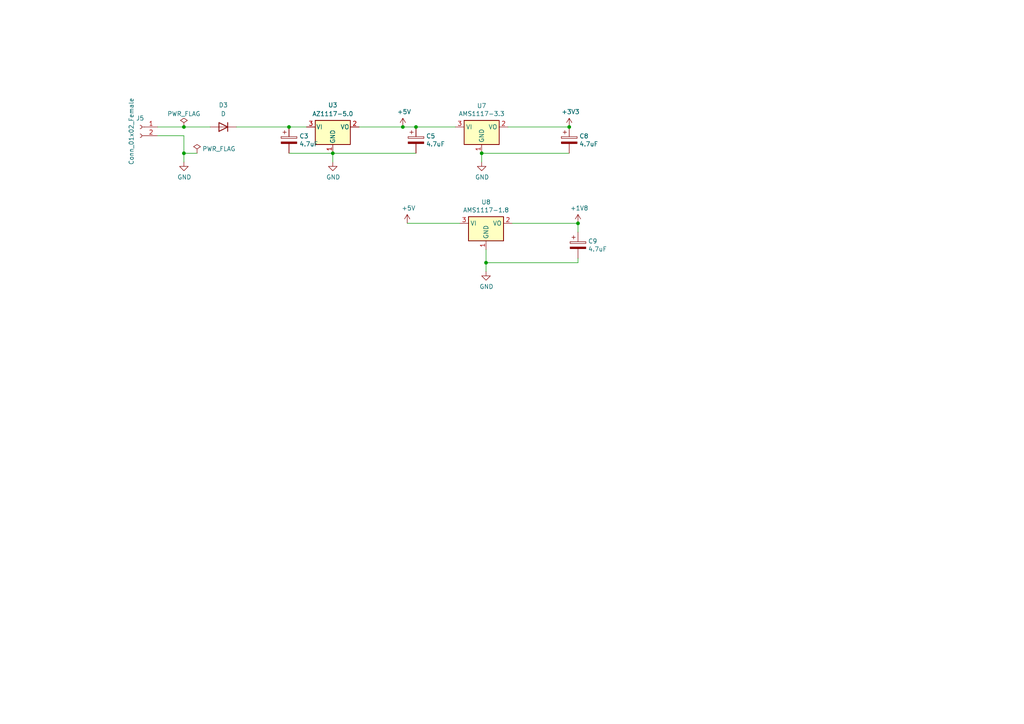
<source format=kicad_sch>
(kicad_sch (version 20230121) (generator eeschema)
  (paper "A4")
  (title_block (title "Voltage regulators") (rev "1.0"))
  (lib_symbols
    (symbol "AtariHDisk4-rescue:+3.3V-power" (power) (pin_names (offset 0))
      (property "Value" "+3.3V-power" (at 0 3.556 0))
      (symbol "+3.3V-power_0_1"
        (polyline (pts (xy -0.762 1.27) (xy 0 2.54)))
        (polyline (pts (xy 0 0) (xy 0 2.54)))
        (polyline (pts (xy 0 2.54) (xy 0.762 1.27)))
      )
      (symbol "+3.3V-power_1_1"
        (pin power_in line (at 0 0 90) (length 0) hide (name "+3V3") (number "1"))
      )
    )
    (symbol "AtariHDisk4-rescue:CP-Device" (pin_numbers hide) (pin_names (offset 0.254))
      (property "Reference" "C" (at 0.635 2.54 0))
      (property "Value" "Device_CP" (at 0.635 -2.54 0))
      (symbol "CP-Device_0_1"
        (rectangle (start -2.286 0.508) (end 2.286 1.016))
        (polyline (pts (xy -1.778 2.286) (xy -0.762 2.286)))
        (polyline (pts (xy -1.27 2.794) (xy -1.27 1.778)))
        (rectangle (start 2.286 -0.508) (end -2.286 -1.016) (fill (type outline)))
      )
      (symbol "CP-Device_1_1"
        (pin passive line (at 0 3.81 270) (length 2.794) (name "~") (number "1"))
        (pin passive line (at 0 -3.81 90) (length 2.794) (name "~") (number "2"))
      )
    )
    (symbol "AtariHDisk4-rescue:Conn_01x02_Female-Connector" (pin_names (offset 1.016) hide)
      (property "Reference" "J" (at 0 2.54 0))
      (property "Value" "Connector_Conn_01x02_Female" (at 0 -5.08 0))
      (symbol "Conn_01x02_Female-Connector_1_1"
        (arc (start 0 -2.032) (mid -0.5058 -2.54) (end 0 -3.048) (stroke (width 0.1524)))
        (polyline (pts (xy -1.27 -2.54) (xy -0.508 -2.54)) (stroke (width 0.1524)))
        (polyline (pts (xy -1.27 0) (xy -0.508 0)) (stroke (width 0.1524)))
        (arc (start 0 0.508) (mid -0.5058 0) (end 0 -0.508) (stroke (width 0.1524)))
        (pin passive line (at -5.08 0 0) (length 3.81) (name "Pin_1") (number "1"))
        (pin passive line (at -5.08 -2.54 0) (length 3.81) (name "Pin_2") (number "2"))
      )
    )
    (symbol "Device:D" (pin_numbers hide) (pin_names (offset 1.016) hide)
      (property "Reference" "D" (at 0 2.54 0))
      (property "Value" "D" (at 0 -2.54 0))
      (symbol "D_0_1"
        (polyline (pts (xy -1.27 1.27) (xy -1.27 -1.27)) (stroke (width 0.254)))
        (polyline (pts (xy 1.27 0) (xy -1.27 0)))
        (polyline (pts (xy 1.27 1.27) (xy 1.27 -1.27) (xy -1.27 0) (xy 1.27 1.27)) (stroke (width 0.254)))
      )
      (symbol "D_1_1"
        (pin passive line (at -3.81 0 0) (length 2.54) (name "K") (number "1"))
        (pin passive line (at 3.81 0 180) (length 2.54) (name "A") (number "2"))
      )
    )
    (symbol "Regulator_Linear:AMS1117-1.8"
      (property "Reference" "U" (at -3.81 3.175 0))
      (property "Value" "AMS1117-1.8" (at 0 3.175 0))
      (symbol "AMS1117-1.8_0_1"
        (rectangle (start -5.08 -5.08) (end 5.08 1.905) (stroke (width 0.254)) (fill (type background)))
      )
      (symbol "AMS1117-1.8_1_1"
        (pin power_in line (at 0 -7.62 90) (length 2.54) (name "GND") (number "1"))
        (pin power_out line (at 7.62 0 180) (length 2.54) (name "VO") (number "2"))
        (pin power_in line (at -7.62 0 0) (length 2.54) (name "VI") (number "3"))
      )
    )
    (symbol "Regulator_Linear:AMS1117-3.3"
      (property "Reference" "U" (at -3.81 3.175 0))
      (property "Value" "AMS1117-3.3" (at 0 3.175 0))
      (symbol "AMS1117-3.3_0_1"
        (rectangle (start -5.08 -5.08) (end 5.08 1.905) (stroke (width 0.254)) (fill (type background)))
      )
      (symbol "AMS1117-3.3_1_1"
        (pin power_in line (at 0 -7.62 90) (length 2.54) (name "GND") (number "1"))
        (pin power_out line (at 7.62 0 180) (length 2.54) (name "VO") (number "2"))
        (pin power_in line (at -7.62 0 0) (length 2.54) (name "VI") (number "3"))
      )
    )
    (symbol "Regulator_Linear:AZ1117-5.0" (pin_names (offset 0.254))
      (property "Reference" "U" (at -3.81 3.175 0))
      (property "Value" "AZ1117-5.0" (at 0 3.175 0))
      (symbol "AZ1117-5.0_0_1"
        (rectangle (start -5.08 1.905) (end 5.08 -5.08) (stroke (width 0.254)) (fill (type background)))
      )
      (symbol "AZ1117-5.0_1_1"
        (pin power_in line (at 0 -7.62 90) (length 2.54) (name "GND") (number "1"))
        (pin power_out line (at 7.62 0 180) (length 2.54) (name "VO") (number "2"))
        (pin power_in line (at -7.62 0 0) (length 2.54) (name "VI") (number "3"))
      )
    )
    (symbol "power:+1V8" (power) (pin_names (offset 0))
      (property "Value" "+1V8" (at 0 3.556 0))
      (symbol "+1V8_0_1"
        (polyline (pts (xy -0.762 1.27) (xy 0 2.54)))
        (polyline (pts (xy 0 0) (xy 0 2.54)))
        (polyline (pts (xy 0 2.54) (xy 0.762 1.27)))
      )
      (symbol "+1V8_1_1"
        (pin power_in line (at 0 0 90) (length 0) hide (name "+1V8") (number "1"))
      )
    )
    (symbol "power:+5V" (power) (pin_names (offset 0))
      (property "Value" "+5V" (at 0 3.556 0))
      (symbol "+5V_0_1"
        (polyline (pts (xy -0.762 1.27) (xy 0 2.54)))
        (polyline (pts (xy 0 0) (xy 0 2.54)))
        (polyline (pts (xy 0 2.54) (xy 0.762 1.27)))
      )
      (symbol "+5V_1_1"
        (pin power_in line (at 0 0 90) (length 0) hide (name "+5V") (number "1"))
      )
    )
    (symbol "power:GND" (power) (pin_names (offset 0))
      (property "Value" "GND" (at 0 -3.81 0))
      (symbol "GND_0_1"
        (polyline (pts (xy 0 0) (xy 0 -1.27) (xy 1.27 -1.27) (xy 0 -2.54) (xy -1.27 -1.27) (xy 0 -1.27)))
      )
      (symbol "GND_1_1"
        (pin power_in line (at 0 0 270) (length 0) hide (name "GND") (number "1"))
      )
    )
    (symbol "power:PWR_FLAG" (power) (pin_numbers hide) (pin_names (offset 0) hide)
      (property "Value" "PWR_FLAG" (at 0 3.81 0))
      (symbol "PWR_FLAG_0_0"
        (pin power_out line (at 0 0 90) (length 0) (name "pwr") (number "1"))
      )
      (symbol "PWR_FLAG_0_1"
        (polyline (pts (xy 0 0) (xy 0 1.27) (xy -1.016 1.905) (xy 0 2.54) (xy 1.016 1.905) (xy 0 1.27)))
      )
    )
  )
  (junction (at 53.34 36.83))
  (junction (at 165.1 36.83))
  (junction (at 139.7 44.45))
  (junction (at 96.52 44.45))
  (junction (at 140.97 76.2))
  (junction (at 83.82 36.83))
  (junction (at 53.34 44.45))
  (junction (at 120.65 36.83))
  (junction (at 167.64 64.77))
  (junction (at 116.84 36.83))
  (wire (pts (xy 96.52 44.45) (xy 120.65 44.45)))
  (wire (pts (xy 167.64 64.77) (xy 167.64 67.31)))
  (wire (pts (xy 139.7 44.45) (xy 165.1 44.45)))
  (wire (pts (xy 147.32 36.83) (xy 165.1 36.83)))
  (wire (pts (xy 83.82 36.83) (xy 88.9 36.83)))
  (wire (pts (xy 167.64 76.2) (xy 167.64 74.93)))
  (wire (pts (xy 45.72 39.37) (xy 53.34 39.37)))
  (wire (pts (xy 140.97 76.2) (xy 167.64 76.2)))
  (wire (pts (xy 140.97 72.39) (xy 140.97 76.2)))
  (wire (pts (xy 96.52 44.45) (xy 83.82 44.45)))
  (wire (pts (xy 53.34 44.45) (xy 53.34 46.99)))
  (wire (pts (xy 104.14 36.83) (xy 116.84 36.83)))
  (wire (pts (xy 53.34 36.83) (xy 60.96 36.83)))
  (wire (pts (xy 148.59 64.77) (xy 167.64 64.77)))
  (wire (pts (xy 140.97 78.74) (xy 140.97 76.2)))
  (wire (pts (xy 57.15 44.45) (xy 53.34 44.45)))
  (wire (pts (xy 45.72 36.83) (xy 53.34 36.83)))
  (wire (pts (xy 139.7 44.45) (xy 139.7 46.99)))
  (wire (pts (xy 68.58 36.83) (xy 83.82 36.83)))
  (wire (pts (xy 120.65 36.83) (xy 132.08 36.83)))
  (wire (pts (xy 53.34 39.37) (xy 53.34 44.45)))
  (wire (pts (xy 116.84 36.83) (xy 120.65 36.83)))
  (wire (pts (xy 96.52 44.45) (xy 96.52 46.99)))
  (wire (pts (xy 118.11 64.77) (xy 133.35 64.77)))
  (symbol (lib_id "AtariHDisk4-rescue:Conn_01x02_Female-Connector") (at 40.64 36.83 0) (mirror y) (unit 1)
    (property "Reference" "J5" (at 40.64 34.29 0))
    (property "Value" "Conn_01x02_Female" (at 38.1 38.1 90))
    (property "Footprint" "Connector_BarrelJack:BarrelJack_Horizontal" (effects hide))
  )
  (symbol (lib_id "Regulator_Linear:AMS1117-3.3") (at 139.7 36.83 0) (unit 1)
    (property "Reference" "U7" (at 139.7 30.6832 0))
    (property "Value" "AMS1117-3.3" (at 139.7 32.9946 0))
    (property "Footprint" "Package_TO_SOT_SMD:SOT-223-3_TabPin2" (effects hide))
    (property "Datasheet" "http://www.advanced-monolithic.com/pdf/ds1117.pdf" (effects hide))
  )
  (symbol (lib_id "power:GND") (at 96.52 46.99 0) (unit 1)
    (property "Reference" "#PWR0115" (effects hide))
    (property "Value" "GND" (at 96.647 51.3842 0))
  )
  (symbol (lib_id "power:GND") (at 53.34 46.99 0) (unit 1)
    (property "Reference" "#PWR0116" (effects hide))
    (property "Value" "GND" (at 53.467 51.3842 0))
  )
  (symbol (lib_id "power:GND") (at 139.7 46.99 0) (unit 1)
    (property "Reference" "#PWR0117" (effects hide))
    (property "Value" "GND" (at 139.827 51.3842 0))
  )
  (symbol (lib_id "power:+5V") (at 116.84 36.83 0) (unit 1)
    (property "Reference" "#PWR0118" (effects hide))
    (property "Value" "+5V" (at 117.221 32.4358 0))
  )
  (symbol (lib_id "AtariHDisk4-rescue:+3.3V-power") (at 165.1 36.83 0) (unit 1)
    (property "Reference" "#PWR0119" (effects hide))
    (property "Value" "+3.3V" (at 165.481 32.4358 0))
  )
  (symbol (lib_id "AtariHDisk4-rescue:CP-Device") (at 83.82 40.64 0) (unit 1)
    (property "Reference" "C3" (at 86.8172 39.4716 0) (effects (justify left)))
    (property "Value" "4.7uF" (at 86.8172 41.783 0) (effects (justify left)))
    (property "Footprint" "Capacitor_THT:CP_Radial_D5.0mm_P2.00mm" (effects hide))
  )
  (symbol (lib_id "AtariHDisk4-rescue:CP-Device") (at 120.65 40.64 0) (unit 1)
    (property "Reference" "C5" (at 123.571 39.4716 0) (effects (justify left)))
    (property "Value" "4.7uF" (at 123.571 41.783 0) (effects (justify left)))
    (property "Footprint" "Capacitor_SMD:C_1206_3216Metric" (effects hide))
  )
  (symbol (lib_id "AtariHDisk4-rescue:CP-Device") (at 165.1 40.64 0) (unit 1)
    (property "Reference" "C8" (at 168.021 39.4716 0) (effects (justify left)))
    (property "Value" "4.7uF" (at 168.021 41.783 0) (effects (justify left)))
    (property "Footprint" "Capacitor_SMD:C_1206_3216Metric" (effects hide))
  )
  (symbol (lib_id "power:PWR_FLAG") (at 53.34 36.83 0) (unit 1)
    (property "Reference" "#FLG0101" (effects hide))
    (property "Value" "PWR_FLAG" (at 53.34 33.02 0))
  )
  (symbol (lib_id "power:PWR_FLAG") (at 57.15 44.45 0) (unit 1)
    (property "Reference" "#FLG0102" (effects hide))
    (property "Value" "PWR_FLAG" (at 63.5 43.18 0))
  )
  (symbol (lib_id "power:GND") (at 140.97 78.74 0) (unit 1)
    (property "Reference" "#PWR0120" (effects hide))
    (property "Value" "GND" (at 141.097 83.1342 0))
  )
  (symbol (lib_id "AtariHDisk4-rescue:CP-Device") (at 167.64 71.12 0) (unit 1)
    (property "Reference" "C9" (at 170.561 69.9516 0) (effects (justify left)))
    (property "Value" "4.7uF" (at 170.561 72.263 0) (effects (justify left)))
    (property "Footprint" "Capacitor_SMD:C_1206_3216Metric" (effects hide))
  )
  (symbol (lib_id "power:+1V8") (at 167.64 64.77 0) (unit 1)
    (property "Reference" "#PWR0122" (effects hide))
    (property "Value" "+1V8" (at 168.021 60.3758 0))
  )
  (symbol (lib_id "Regulator_Linear:AMS1117-1.8") (at 140.97 64.77 0) (unit 1)
    (property "Reference" "U8" (at 140.97 58.6232 0))
    (property "Value" "AMS1117-1.8" (at 140.97 60.9346 0))
    (property "Footprint" "Package_TO_SOT_SMD:SOT-223-3_TabPin2" (effects hide))
    (property "Datasheet" "http://www.advanced-monolithic.com/pdf/ds1117.pdf" (effects hide))
  )
  (symbol (lib_id "Regulator_Linear:AZ1117-5.0") (at 96.52 36.83 0) (unit 1)
    (property "Reference" "U3" (at 96.52 30.48 0))
    (property "Value" "AZ1117-5.0" (at 96.52 33.02 0))
    (property "Footprint" "Package_TO_SOT_SMD:SOT-223-3_TabPin2" (effects hide))
    (property "Datasheet" "https://www.diodes.com/assets/Datasheets/AZ1117.pdf" (effects hide))
  )
  (symbol (lib_id "Device:D") (at 64.77 36.83 180) (unit 1)
    (property "Reference" "D3" (at 64.77 30.48 0))
    (property "Value" "D" (at 64.77 33.02 0))
    (property "Footprint" "Diode_SMD:D_SMA" (effects hide))
    (property "Sim.Device" "D" (effects hide))
    (property "Sim.Pins" "1=K 2=A" (effects hide))
  )
  (symbol (lib_id "power:+5V") (at 118.11 64.77 0) (unit 1)
    (property "Reference" "#PWR06" (effects hide))
    (property "Value" "+5V" (at 118.491 60.3758 0))
  )
)
</source>
